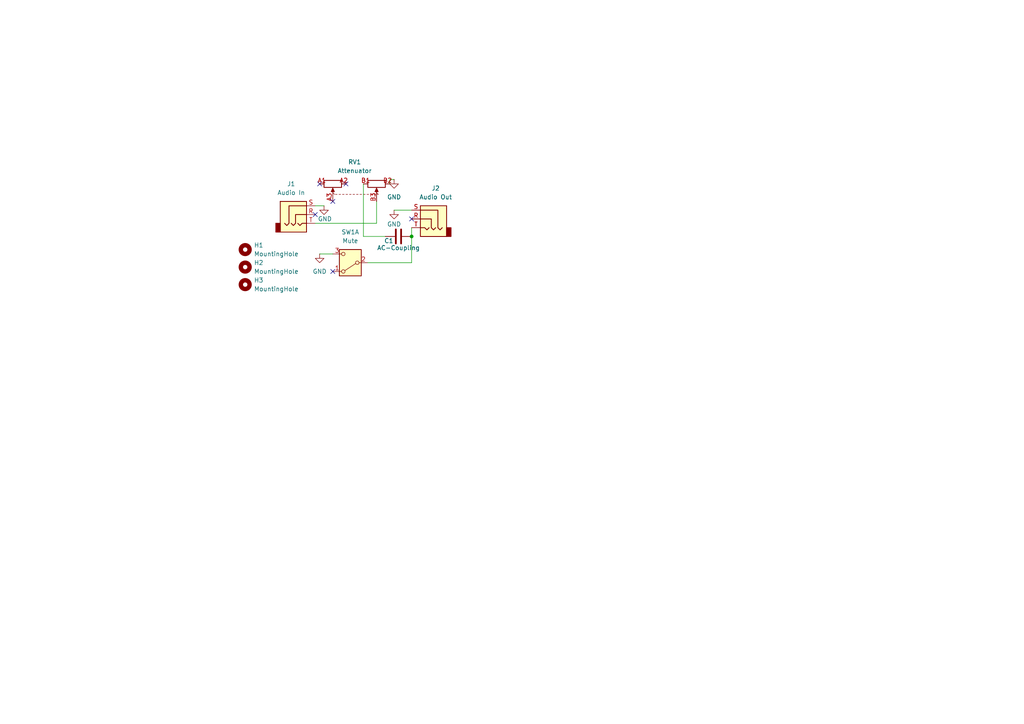
<source format=kicad_sch>
(kicad_sch (version 20250114) (generator "eeschema") (generator_version "9.0")
  (paper "A4")
  (lib_symbols
    (symbol "AudioJack3_1"
      (property "Reference" "J1" (at -1.905 8.89 0))
      (property "Value" "Audio In" (at -1.905 6.35 0))
      (symbol "AudioJack3_1_0_1"
        (rectangle (start -5.08 -5.08) (end -6.35 -2.54) (stroke (width 0.254)) (fill (type outline)))
        (polyline (pts (xy -1.905 -2.54) (xy -1.27 -3.175) (xy -0.635 -2.54) (xy -0.635 0) (xy 2.54 0)) (stroke (width 0.254)))
        (polyline (pts (xy 0 -2.54) (xy 0.635 -3.175) (xy 1.27 -2.54) (xy 2.54 -2.54)) (stroke (width 0.254)))
        (rectangle (start 2.54 3.81) (end -5.08 -5.08) (stroke (width 0.254)) (fill (type background)))
        (polyline (pts (xy 2.54 2.54) (xy -2.54 2.54) (xy -2.54 -2.54) (xy -3.175 -3.175) (xy -3.81 -2.54)) (stroke (width 0.254)))
      )
      (symbol "AudioJack3_1_1_1"
        (pin power_out line (at 5.08 2.54 180) (length 2.54) (name "~") (number "S"))
        (pin passive line (at 5.08 0 180) (length 2.54) (name "~") (number "R"))
        (pin passive line (at 5.08 -2.54 180) (length 2.54) (name "~") (number "T"))
      )
    )
    (symbol "Connector_Audio:AudioJack3"
      (property "Reference" "J" (at 0 8.89 0))
      (property "Value" "AudioJack3" (at 0 6.35 0))
      (symbol "AudioJack3_0_1"
        (rectangle (start -5.08 -5.08) (end -6.35 -2.54) (stroke (width 0.254)) (fill (type outline)))
        (polyline (pts (xy -1.905 -2.54) (xy -1.27 -3.175) (xy -0.635 -2.54) (xy -0.635 0) (xy 2.54 0)) (stroke (width 0.254)))
        (polyline (pts (xy 0 -2.54) (xy 0.635 -3.175) (xy 1.27 -2.54) (xy 2.54 -2.54)) (stroke (width 0.254)))
        (rectangle (start 2.54 3.81) (end -5.08 -5.08) (stroke (width 0.254)) (fill (type background)))
        (polyline (pts (xy 2.54 2.54) (xy -2.54 2.54) (xy -2.54 -2.54) (xy -3.175 -3.175) (xy -3.81 -2.54)) (stroke (width 0.254)))
      )
      (symbol "AudioJack3_1_1"
        (pin passive line (at 5.08 2.54 180) (length 2.54) (name "~") (number "S"))
        (pin passive line (at 5.08 0 180) (length 2.54) (name "~") (number "R"))
        (pin passive line (at 5.08 -2.54 180) (length 2.54) (name "~") (number "T"))
      )
    )
    (symbol "Device:C" (pin_numbers (hide yes)) (pin_names (offset 0.254))
      (property "Reference" "C" (at 0.635 2.54 0))
      (property "Value" "C" (at 0.635 -2.54 0))
      (symbol "C_0_1"
        (polyline (pts (xy -2.032 0.762) (xy 2.032 0.762)) (stroke (width 0.508)))
        (polyline (pts (xy -2.032 -0.762) (xy 2.032 -0.762)) (stroke (width 0.508)))
      )
      (symbol "C_1_1"
        (pin passive line (at 0 3.81 270) (length 2.794) (name "~") (number "1"))
        (pin passive line (at 0 -3.81 90) (length 2.794) (name "~") (number "2"))
      )
    )
    (symbol "Device:R_Potentiometer_Dual" (pin_names (offset 1.016) (hide yes))
      (property "Reference" "RV1" (at 0 -6.35 0))
      (property "Value" "R_Potentiometer_Dual" (at 0 -8.89 0))
      (symbol "R_Potentiometer_Dual_0_1"
        (rectangle (start -8.89 -1.524) (end -3.81 -3.556) (stroke (width 0.254)))
        (polyline (pts (xy -6.35 0) (xy -6.35 -1.016)))
        (polyline (pts (xy -6.35 0) (xy -6.35 -1.016)))
        (polyline (pts (xy -6.35 0) (xy -5.842 0.508)))
        (polyline (pts (xy -6.35 -1.397) (xy -6.858 -0.254) (xy -5.842 -0.254) (xy -6.35 -1.397)) (fill (type outline)))
        (polyline (pts (xy -5.588 0.508) (xy -5.08 0.508)))
        (polyline (pts (xy -4.572 0.508) (xy -4.064 0.508)))
        (polyline (pts (xy -3.556 0.508) (xy -3.048 0.508)))
        (polyline (pts (xy -2.54 0.508) (xy -2.032 0.508)))
        (polyline (pts (xy -1.524 0.508) (xy -1.016 0.508)))
        (polyline (pts (xy -0.508 0.508) (xy 0 0.508)))
        (polyline (pts (xy 0.508 0.508) (xy 1.016 0.508)))
        (polyline (pts (xy 1.524 0.508) (xy 2.032 0.508)))
        (polyline (pts (xy 2.54 0.508) (xy 3.048 0.508)))
        (polyline (pts (xy 3.556 0.508) (xy 4.064 0.508)))
        (rectangle (start 3.81 -1.524) (end 8.89 -3.556) (stroke (width 0.254)))
        (polyline (pts (xy 4.572 0.508) (xy 5.08 0.508)))
        (polyline (pts (xy 5.588 0.508) (xy 6.096 0.508)))
        (polyline (pts (xy 6.35 0) (xy 6.35 -1.016)))
        (polyline (pts (xy 6.35 0) (xy 6.35 -1.016)))
        (polyline (pts (xy 6.35 -1.397) (xy 5.842 -0.254) (xy 6.858 -0.254) (xy 6.35 -1.397)) (fill (type outline)))
        (polyline (pts (xy 6.604 0.508) (xy 6.858 0.508) (xy 6.35 0)))
      )
      (symbol "R_Potentiometer_Dual_1_1"
        (pin passive line (at -10.16 -2.54 0) (length 1.27) (name "GND") (number "A1"))
        (pin passive line (at -6.35 2.54 270) (length 2.54) (name "InA") (number "A3"))
        (pin passive line (at -2.54 -2.54 180) (length 1.27) (name "OutA") (number "A2"))
        (pin passive line (at 2.54 -2.54 0) (length 1.27) (name "GND") (number "B1"))
        (pin passive line (at 6.35 2.54 270) (length 2.54) (name "InB") (number "B3"))
        (pin passive line (at 10.16 -2.54 180) (length 1.27) (name "OutB") (number "B2"))
      )
    )
    (symbol "Mechanical:MountingHole" (pin_names (offset 1.016)) (in_bom no)
      (property "Reference" "H" (at 0 5.08 0))
      (property "Value" "MountingHole" (at 0 3.175 0))
      (symbol "MountingHole_0_1"
        (circle (center 0 0) (radius 1.27) (stroke (width 1.27)))
      )
    )
    (symbol "Switch:SW_DPDT_x2" (pin_names (offset 0) (hide yes))
      (property "Reference" "SW" (at 0 5.08 0))
      (property "Value" "SW_DPDT_x2" (at 0 -5.08 0))
      (symbol "SW_DPDT_x2_0_0"
        (circle (center -2.032 0) (radius 0.508))
        (circle (center 2.032 -2.54) (radius 0.508))
      )
      (symbol "SW_DPDT_x2_0_1"
        (rectangle (start -3.175 3.81) (end 3.175 -3.81) (stroke (width 0.254)) (fill (type background)))
        (polyline (pts (xy -1.524 0.254) (xy 1.5748 2.286)))
        (circle (center 2.032 2.54) (radius 0.508))
      )
      (symbol "SW_DPDT_x2_1_1"
        (pin passive line (at -5.08 0 0) (length 2.54) (name "B") (number "2"))
        (pin passive line (at 5.08 2.54 180) (length 2.54) (name "A") (number "1"))
        (pin passive line (at 5.08 -2.54 180) (length 2.54) (name "C") (number "3"))
      )
      (symbol "SW_DPDT_x2_2_1"
        (pin passive line (at -5.08 0 0) (length 2.54) (name "B") (number "5"))
        (pin passive line (at 5.08 2.54 180) (length 2.54) (name "A") (number "4"))
        (pin passive line (at 5.08 -2.54 180) (length 2.54) (name "C") (number "6"))
      )
    )
    (symbol "power:GND" (power) (pin_numbers (hide yes)) (pin_names (offset 0) (hide yes))
      (property "Value" "GND" (at 0 -3.81 0))
      (symbol "GND_0_1"
        (polyline (pts (xy 0 0) (xy 0 -1.27) (xy 1.27 -1.27) (xy 0 -2.54) (xy -1.27 -1.27) (xy 0 -1.27)))
      )
      (symbol "GND_1_1"
        (pin power_in line (at 0 0 270) (length 0) (name "~") (number "1"))
      )
    )
  )
  (junction (at 119.38 68.58))
  (no_connect (at 92.71 53.34))
  (no_connect (at 96.52 58.42))
  (no_connect (at 119.38 63.5))
  (no_connect (at 91.44 62.23))
  (no_connect (at 100.33 53.34))
  (no_connect (at 96.52 78.74))
  (wire (pts (xy 109.22 64.77) (xy 91.44 64.77)))
  (wire (pts (xy 105.41 53.34) (xy 105.41 68.58)))
  (wire (pts (xy 119.38 68.58) (xy 119.38 66.04)))
  (wire (pts (xy 93.98 59.69) (xy 91.44 59.69)))
  (wire (pts (xy 114.3 60.96) (xy 119.38 60.96)))
  (wire (pts (xy 113.03 52.07) (xy 114.3 52.07)))
  (wire (pts (xy 92.71 73.66) (xy 96.52 73.66)))
  (wire (pts (xy 105.41 68.58) (xy 111.76 68.58)))
  (wire (pts (xy 106.68 76.2) (xy 119.38 76.2)))
  (wire (pts (xy 119.38 76.2) (xy 119.38 68.58)))
  (wire (pts (xy 109.22 58.42) (xy 109.22 64.77)))
  (wire (pts (xy 113.03 53.34) (xy 113.03 52.07)))
  (symbol (lib_id "Device:R_Potentiometer_Dual") (at 102.87 55.88 0) (mirror x) (unit 1)
    (property "Reference" "RV1" (at 102.87 46.99 0))
    (property "Value" "Attenuator" (at 102.87 49.53 0))
    (property "Footprint" "slider:PS45M0MC2BR10KN" (effects (hide yes)))
    (property "Description" "Dual potentiometer" (effects (hide yes)))
  )
  (symbol (lib_id "power:GND") (at 92.71 73.66 0) (unit 1)
    (property "Reference" "#PWR03" (effects (hide yes)))
    (property "Value" "GND" (at 92.71 78.74 0))
    (property "Description" "Power symbol creates a global label with name \"GND\" , ground" (effects (hide yes)))
  )
  (symbol (lib_id "Mechanical:MountingHole") (at 71.12 77.47 0) (unit 1) (in_bom no)
    (property "Reference" "H2" (at 73.66 76.1999 0) (effects (justify left)))
    (property "Value" "MountingHole" (at 73.66 78.7399 0) (effects (justify left)))
    (property "Footprint" "MountingHole:MountingHole_3.2mm_M3_DIN965" (effects (hide yes)))
    (property "Description" "Mounting Hole without connection" (effects (hide yes)))
  )
  (symbol (lib_id "power:GND") (at 114.3 60.96 0) (unit 1)
    (property "Reference" "#PWR02" (effects (hide yes)))
    (property "Value" "GND" (at 114.3 65.024 0))
    (property "Description" "Power symbol creates a global label with name \"GND\" , ground" (effects (hide yes)))
  )
  (symbol (lib_id "power:GND") (at 93.98 59.69 0) (unit 1)
    (property "Reference" "#PWR01" (effects (hide yes)))
    (property "Value" "GND" (at 94.234 63.5 0))
    (property "Description" "Power symbol creates a global label with name \"GND\" , ground" (effects (hide yes)))
  )
  (symbol (lib_id "Device:C") (at 115.57 68.58 90) (unit 1)
    (property "Reference" "C1" (at 112.776 69.85 90))
    (property "Value" "AC-Coupling" (at 115.57 71.882 90))
    (property "Footprint" "Capacitor_THT:C_Disc_D12.5mm_W5.0mm_P7.50mm" (effects (hide yes)))
    (property "Description" "Unpolarized capacitor" (effects (hide yes)))
  )
  (symbol (lib_id "Switch:SW_DPDT_x2") (at 101.6 76.2 180) (unit 1)
    (property "Reference" "SW1" (at 101.6 67.31 0))
    (property "Value" "Mute" (at 101.6 69.85 0))
    (property "Footprint" "Button_Switch_THT:SW_PUSH_E-Switch_FS5700DP_DPDT" (effects (hide yes)))
    (property "Description" "Switch, dual pole double throw, separate symbols" (effects (hide yes)))
  )
  (symbol (lib_id "Connector_Audio:AudioJack3") (at 124.46 63.5 0) (mirror y) (unit 1)
    (property "Reference" "J2" (at 126.365 54.61 0))
    (property "Value" "Audio Out" (at 126.365 57.15 0))
    (property "Footprint" "Connector_Audio:Jack_3.5mm_CUI_SJ1-3523N_Horizontal" (effects (hide yes)))
    (property "Description" "Audio Jack, 3 Poles (Stereo / TRS)" (effects (hide yes)))
  )
  (symbol (lib_id "Mechanical:MountingHole") (at 71.12 72.39 0) (unit 1) (in_bom no)
    (property "Reference" "H1" (at 73.66 71.1199 0) (effects (justify left)))
    (property "Value" "MountingHole" (at 73.66 73.6599 0) (effects (justify left)))
    (property "Footprint" "MountingHole:MountingHole_3.2mm_M3_DIN965" (effects (hide yes)))
    (property "Description" "Mounting Hole without connection" (effects (hide yes)))
  )
  (symbol (lib_id "Mechanical:MountingHole") (at 71.12 82.55 0) (unit 1) (in_bom no)
    (property "Reference" "H3" (at 73.66 81.2799 0) (effects (justify left)))
    (property "Value" "MountingHole" (at 73.66 83.8199 0) (effects (justify left)))
    (property "Footprint" "MountingHole:MountingHole_3.2mm_M3_DIN965" (effects (hide yes)))
    (property "Description" "Mounting Hole without connection" (effects (hide yes)))
  )
  (symbol (lib_name "AudioJack3_1") (lib_id "Connector_Audio:AudioJack3") (at 86.36 62.23 0) (unit 1)
    (property "Reference" "J1" (at 84.455 53.34 0))
    (property "Value" "Audio In" (at 84.455 55.88 0))
    (property "Footprint" "Connector_Audio:Jack_3.5mm_CUI_SJ1-3523N_Horizontal" (effects (hide yes)))
    (property "Description" "Audio Jack, 3 Poles (Stereo / TRS)" (effects (hide yes)))
  )
  (symbol (lib_id "power:GND") (at 114.3 52.07 0) (unit 1)
    (property "Reference" "#PWR04" (effects (hide yes)))
    (property "Value" "GND" (at 114.3 57.15 0))
    (property "Description" "Power symbol creates a global label with name \"GND\" , ground" (effects (hide yes)))
  )
)
</source>
